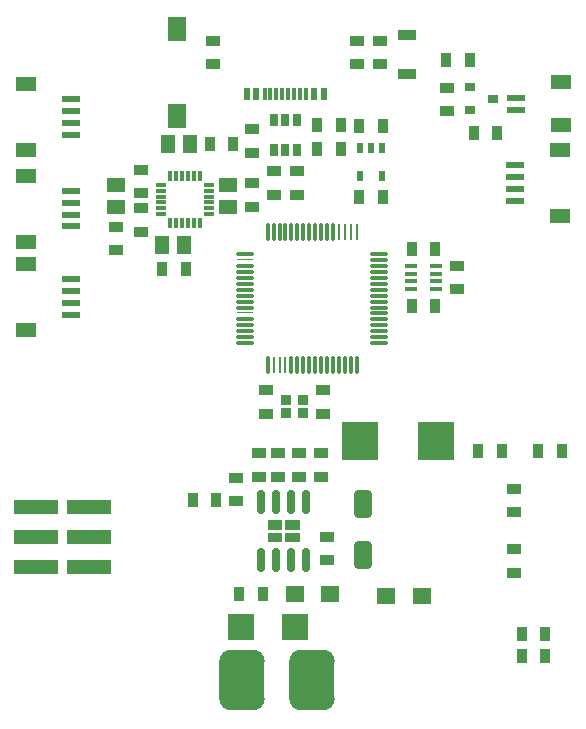
<source format=gtp>
G04*
G04 #@! TF.GenerationSoftware,Altium Limited,Altium Designer,19.0.15 (446)*
G04*
G04 Layer_Color=8421504*
%FSLAX23Y23*%
%MOIN*%
G70*
G01*
G75*
G04:AMPARAMS|DCode=27|XSize=78mil|YSize=24mil|CornerRadius=6mil|HoleSize=0mil|Usage=FLASHONLY|Rotation=270.000|XOffset=0mil|YOffset=0mil|HoleType=Round|Shape=RoundedRectangle|*
%AMROUNDEDRECTD27*
21,1,0.078,0.011,0,0,270.0*
21,1,0.065,0.024,0,0,270.0*
1,1,0.013,-0.005,-0.032*
1,1,0.013,-0.005,0.032*
1,1,0.013,0.005,0.032*
1,1,0.013,0.005,-0.032*
%
%ADD27ROUNDEDRECTD27*%
%ADD28R,0.037X0.051*%
%ADD29R,0.039X0.014*%
%ADD30R,0.051X0.037*%
%ADD31R,0.037X0.033*%
%ADD32R,0.120X0.128*%
G04:AMPARAMS|DCode=33|XSize=92mil|YSize=61mil|CornerRadius=15mil|HoleSize=0mil|Usage=FLASHONLY|Rotation=270.000|XOffset=0mil|YOffset=0mil|HoleType=Round|Shape=RoundedRectangle|*
%AMROUNDEDRECTD33*
21,1,0.092,0.031,0,0,270.0*
21,1,0.061,0.061,0,0,270.0*
1,1,0.031,-0.015,-0.031*
1,1,0.031,-0.015,0.031*
1,1,0.031,0.015,0.031*
1,1,0.031,0.015,-0.031*
%
%ADD33ROUNDEDRECTD33*%
%ADD34R,0.091X0.091*%
%ADD35R,0.063X0.055*%
%ADD36R,0.033X0.014*%
%ADD37R,0.014X0.033*%
%ADD38R,0.051X0.063*%
%ADD39R,0.063X0.051*%
G04:AMPARAMS|DCode=40|XSize=58mil|YSize=11mil|CornerRadius=1mil|HoleSize=0mil|Usage=FLASHONLY|Rotation=180.000|XOffset=0mil|YOffset=0mil|HoleType=Round|Shape=RoundedRectangle|*
%AMROUNDEDRECTD40*
21,1,0.058,0.008,0,0,180.0*
21,1,0.055,0.011,0,0,180.0*
1,1,0.003,-0.028,0.004*
1,1,0.003,0.028,0.004*
1,1,0.003,0.028,-0.004*
1,1,0.003,-0.028,-0.004*
%
%ADD40ROUNDEDRECTD40*%
G04:AMPARAMS|DCode=41|XSize=55mil|YSize=5mil|CornerRadius=1mil|HoleSize=0mil|Usage=FLASHONLY|Rotation=180.000|XOffset=0mil|YOffset=0mil|HoleType=Round|Shape=RoundedRectangle|*
%AMROUNDEDRECTD41*
21,1,0.055,0.004,0,0,180.0*
21,1,0.054,0.005,0,0,180.0*
1,1,0.001,-0.027,0.002*
1,1,0.001,0.027,0.002*
1,1,0.001,0.027,-0.002*
1,1,0.001,-0.027,-0.002*
%
%ADD41ROUNDEDRECTD41*%
G04:AMPARAMS|DCode=42|XSize=58mil|YSize=11mil|CornerRadius=1mil|HoleSize=0mil|Usage=FLASHONLY|Rotation=90.000|XOffset=0mil|YOffset=0mil|HoleType=Round|Shape=RoundedRectangle|*
%AMROUNDEDRECTD42*
21,1,0.058,0.008,0,0,90.0*
21,1,0.055,0.011,0,0,90.0*
1,1,0.003,0.004,0.028*
1,1,0.003,0.004,-0.028*
1,1,0.003,-0.004,-0.028*
1,1,0.003,-0.004,0.028*
%
%ADD42ROUNDEDRECTD42*%
G04:AMPARAMS|DCode=43|XSize=55mil|YSize=5mil|CornerRadius=1mil|HoleSize=0mil|Usage=FLASHONLY|Rotation=90.000|XOffset=0mil|YOffset=0mil|HoleType=Round|Shape=RoundedRectangle|*
%AMROUNDEDRECTD43*
21,1,0.055,0.004,0,0,90.0*
21,1,0.054,0.005,0,0,90.0*
1,1,0.001,0.002,0.027*
1,1,0.001,0.002,-0.027*
1,1,0.001,-0.002,-0.027*
1,1,0.001,-0.002,0.027*
%
%ADD43ROUNDEDRECTD43*%
%ADD44R,0.035X0.031*%
%ADD45R,0.020X0.037*%
%ADD46R,0.026X0.039*%
%ADD47R,0.071X0.047*%
%ADD48R,0.061X0.024*%
%ADD49R,0.061X0.024*%
%ADD50R,0.071X0.047*%
G04:AMPARAMS|DCode=51|XSize=150mil|YSize=200mil|CornerRadius=38mil|HoleSize=0mil|Usage=FLASHONLY|Rotation=0.000|XOffset=0mil|YOffset=0mil|HoleType=Round|Shape=RoundedRectangle|*
%AMROUNDEDRECTD51*
21,1,0.150,0.125,0,0,0.0*
21,1,0.075,0.200,0,0,0.0*
1,1,0.075,0.038,-0.063*
1,1,0.075,-0.038,-0.063*
1,1,0.075,-0.038,0.063*
1,1,0.075,0.038,0.063*
%
%ADD51ROUNDEDRECTD51*%
%ADD52R,0.012X0.039*%
%ADD53R,0.024X0.039*%
%ADD54R,0.059X0.035*%
%ADD55R,0.059X0.079*%
%ADD56R,0.150X0.050*%
G36*
X846Y568D02*
Y600D01*
X895D01*
Y568D01*
X846D01*
D02*
G37*
G36*
X846Y610D02*
Y642D01*
X895D01*
Y610D01*
X846D01*
D02*
G37*
G36*
X905Y568D02*
Y600D01*
X954D01*
Y568D01*
X905D01*
D02*
G37*
G36*
X905Y610D02*
Y642D01*
X954D01*
Y610D01*
X905D01*
D02*
G37*
D27*
X975Y702D02*
D03*
X925D02*
D03*
X875D02*
D03*
X825D02*
D03*
Y508D02*
D03*
X875D02*
D03*
X925D02*
D03*
X975D02*
D03*
D28*
X1326Y1355D02*
D03*
X1404D02*
D03*
X1326Y1545D02*
D03*
X1405D02*
D03*
X1548Y872D02*
D03*
X1626D02*
D03*
X1826D02*
D03*
X1748D02*
D03*
X1771Y187D02*
D03*
X1693Y187D02*
D03*
X1771Y262D02*
D03*
X1693D02*
D03*
X750Y395D02*
D03*
X829D02*
D03*
X596Y709D02*
D03*
X675D02*
D03*
X494Y1478D02*
D03*
X572D02*
D03*
X653Y1896D02*
D03*
X731D02*
D03*
X1532Y1932D02*
D03*
X1610D02*
D03*
X1519Y2176D02*
D03*
X1441D02*
D03*
X1229Y1720D02*
D03*
X1151Y1720D02*
D03*
X1089Y1880D02*
D03*
X1011Y1880D02*
D03*
X1151Y1955D02*
D03*
X1229Y1955D02*
D03*
X1011Y1960D02*
D03*
X1090D02*
D03*
D29*
X1324Y1437D02*
D03*
Y1463D02*
D03*
Y1412D02*
D03*
Y1488D02*
D03*
X1407Y1412D02*
D03*
Y1488D02*
D03*
Y1437D02*
D03*
Y1463D02*
D03*
D30*
X1476Y1411D02*
D03*
Y1490D02*
D03*
X1030Y1074D02*
D03*
X1030Y996D02*
D03*
X839D02*
D03*
X839Y1074D02*
D03*
X1667Y746D02*
D03*
Y668D02*
D03*
Y466D02*
D03*
Y544D02*
D03*
X1045Y508D02*
D03*
X1045Y586D02*
D03*
X1025Y786D02*
D03*
Y864D02*
D03*
X951D02*
D03*
Y786D02*
D03*
X881D02*
D03*
X881Y864D02*
D03*
X816Y786D02*
D03*
Y864D02*
D03*
X739Y704D02*
D03*
Y783D02*
D03*
X340Y1619D02*
D03*
Y1541D02*
D03*
X425Y1810D02*
D03*
Y1731D02*
D03*
Y1602D02*
D03*
Y1681D02*
D03*
X795Y1686D02*
D03*
Y1765D02*
D03*
X942Y1726D02*
D03*
Y1804D02*
D03*
X868Y1726D02*
D03*
Y1804D02*
D03*
X795Y1944D02*
D03*
Y1866D02*
D03*
X1443Y2083D02*
D03*
Y2005D02*
D03*
X1220Y2161D02*
D03*
Y2239D02*
D03*
X1145D02*
D03*
Y2161D02*
D03*
X665Y2239D02*
D03*
Y2161D02*
D03*
D31*
X965Y1043D02*
D03*
Y997D02*
D03*
X908D02*
D03*
Y1043D02*
D03*
D32*
X1152Y905D02*
D03*
X1408D02*
D03*
D33*
X1165Y526D02*
D03*
Y694D02*
D03*
D34*
X758Y285D02*
D03*
X936D02*
D03*
D35*
X1359Y390D02*
D03*
X1241D02*
D03*
X936Y395D02*
D03*
X1054D02*
D03*
D36*
X491Y1760D02*
D03*
Y1740D02*
D03*
Y1720D02*
D03*
Y1701D02*
D03*
Y1681D02*
D03*
Y1661D02*
D03*
X649D02*
D03*
Y1681D02*
D03*
Y1701D02*
D03*
Y1720D02*
D03*
Y1740D02*
D03*
Y1760D02*
D03*
D37*
X619Y1632D02*
D03*
X600D02*
D03*
X580D02*
D03*
X560D02*
D03*
X540D02*
D03*
X521D02*
D03*
Y1789D02*
D03*
X540D02*
D03*
X560D02*
D03*
X580D02*
D03*
X600D02*
D03*
X619D02*
D03*
D38*
X513Y1895D02*
D03*
X587D02*
D03*
X493Y1560D02*
D03*
X567D02*
D03*
D39*
X715Y1760D02*
D03*
Y1685D02*
D03*
X340D02*
D03*
Y1760D02*
D03*
D40*
X1217Y1232D02*
D03*
Y1252D02*
D03*
Y1272D02*
D03*
Y1291D02*
D03*
Y1311D02*
D03*
Y1331D02*
D03*
Y1350D02*
D03*
Y1370D02*
D03*
Y1390D02*
D03*
Y1410D02*
D03*
Y1429D02*
D03*
Y1449D02*
D03*
Y1469D02*
D03*
Y1488D02*
D03*
Y1508D02*
D03*
Y1528D02*
D03*
X771D02*
D03*
Y1488D02*
D03*
Y1469D02*
D03*
Y1449D02*
D03*
Y1429D02*
D03*
Y1410D02*
D03*
Y1390D02*
D03*
Y1370D02*
D03*
Y1350D02*
D03*
Y1311D02*
D03*
Y1291D02*
D03*
Y1272D02*
D03*
Y1252D02*
D03*
Y1232D02*
D03*
D41*
Y1508D02*
D03*
Y1331D02*
D03*
D42*
X846Y1157D02*
D03*
X925D02*
D03*
X945D02*
D03*
X965D02*
D03*
X984D02*
D03*
X1004D02*
D03*
X1024D02*
D03*
X1043D02*
D03*
X1063D02*
D03*
X1083D02*
D03*
X1102D02*
D03*
X1122D02*
D03*
X1142D02*
D03*
X1063Y1603D02*
D03*
X1043D02*
D03*
X1024D02*
D03*
X1004D02*
D03*
X984D02*
D03*
X965D02*
D03*
X945D02*
D03*
X925D02*
D03*
X905D02*
D03*
X886D02*
D03*
X866D02*
D03*
X846D02*
D03*
D43*
X866Y1157D02*
D03*
X886D02*
D03*
X905D02*
D03*
X1142Y1603D02*
D03*
X1122D02*
D03*
X1102D02*
D03*
X1083D02*
D03*
D44*
X1598Y2046D02*
D03*
X1519Y2084D02*
D03*
Y2009D02*
D03*
D45*
X1227Y1882D02*
D03*
X1190D02*
D03*
X1153D02*
D03*
Y1788D02*
D03*
X1227D02*
D03*
D46*
X942Y1976D02*
D03*
X905D02*
D03*
X868D02*
D03*
Y1874D02*
D03*
X905D02*
D03*
X942D02*
D03*
D47*
X39Y1875D02*
D03*
Y2095D02*
D03*
X1821Y1875D02*
D03*
Y1655D02*
D03*
X39Y1570D02*
D03*
Y1790D02*
D03*
Y1275D02*
D03*
Y1495D02*
D03*
D48*
X191Y1926D02*
D03*
Y1965D02*
D03*
Y2005D02*
D03*
Y2044D02*
D03*
X1669Y1824D02*
D03*
Y1785D02*
D03*
Y1745D02*
D03*
Y1706D02*
D03*
X191Y1621D02*
D03*
Y1660D02*
D03*
Y1700D02*
D03*
Y1739D02*
D03*
Y1326D02*
D03*
Y1365D02*
D03*
Y1405D02*
D03*
Y1444D02*
D03*
D49*
X1672Y2010D02*
D03*
Y2050D02*
D03*
D50*
X1825Y1959D02*
D03*
Y2101D02*
D03*
D51*
X759Y110D02*
D03*
X995D02*
D03*
D52*
X875Y2063D02*
D03*
X895Y2063D02*
D03*
X836Y2063D02*
D03*
X855Y2063D02*
D03*
X934Y2063D02*
D03*
X914Y2063D02*
D03*
X973Y2063D02*
D03*
X954Y2063D02*
D03*
D53*
X778Y2063D02*
D03*
X808Y2063D02*
D03*
X1032Y2063D02*
D03*
X1001Y2063D02*
D03*
D54*
X1310Y2260D02*
D03*
Y2130D02*
D03*
D55*
X545Y2280D02*
D03*
Y1990D02*
D03*
D56*
X75Y685D02*
D03*
X250D02*
D03*
X75Y585D02*
D03*
X250D02*
D03*
X75Y485D02*
D03*
X250D02*
D03*
M02*

</source>
